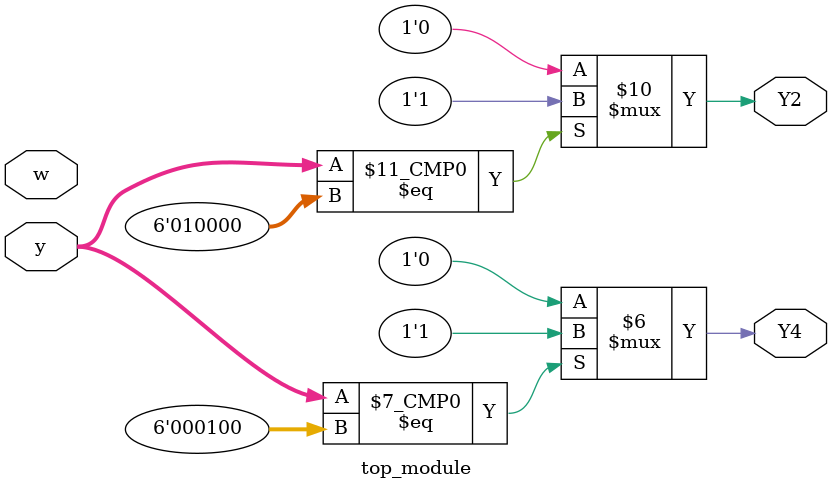
<source format=sv>
module top_module (
    input [6:1] y,
    input w,
    output reg Y2,
    output reg Y4
);

    always @(y) begin
        case(y)
            7'b000001: begin
                Y2 = 1'b0;
                Y4 = 1'b0;
            end
            7'b000010: begin
                Y2 = 1'b0;
                Y4 = 1'b0;
            end
            7'b000100: begin
                Y2 = 1'b0;
                Y4 = 1'b1;
            end
            7'b001000: begin
                Y2 = 1'b0;
                Y4 = 1'b0;
            end
            7'b010000: begin
                Y2 = 1'b1;
                Y4 = 1'b0;
            end
            7'b100000: begin
                Y2 = 1'b0;
                Y4 = 1'b0;
            end
            default: begin
                Y2 = 1'b0;
                Y4 = 1'b0;
            end
        endcase
    end
    
endmodule

</source>
